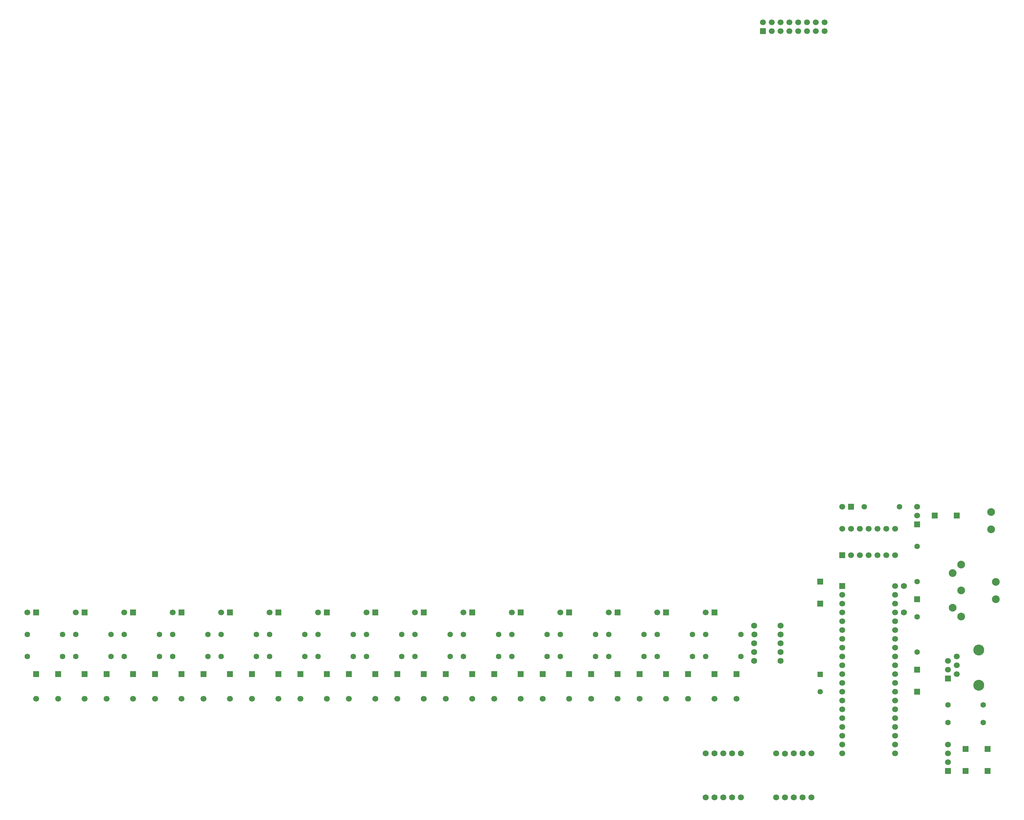
<source format=gbr>
From 9806e24649ec92d5f8eb3c8f41593382a5c6561d Mon Sep 17 00:00:00 2001
From: Nao Pross <naopross@thearcway.org>
Date: Thu, 22 Feb 2018 16:53:58 +0100
Subject: Finalize Steps Hardware

---
 .../GerberX2/Steps_Soldermask_Bot.gbr              | 635 +++++++++++++++++++++
 1 file changed, 635 insertions(+)
 create mode 100644 hw/Project Outputs for Steps/GerberX2/Steps_Soldermask_Bot.gbr

(limited to 'hw/Project Outputs for Steps/GerberX2/Steps_Soldermask_Bot.gbr')

diff --git a/hw/Project Outputs for Steps/GerberX2/Steps_Soldermask_Bot.gbr b/hw/Project Outputs for Steps/GerberX2/Steps_Soldermask_Bot.gbr
new file mode 100644
index 0000000..40aac32
--- /dev/null
+++ b/hw/Project Outputs for Steps/GerberX2/Steps_Soldermask_Bot.gbr	
@@ -0,0 +1,635 @@
+G04 Layer_Color=16711935*
+%FSLAX42Y42*%
+%MOMM*%
+%TF.FileFunction,Soldermask,Bot*%
+%TF.Part,Single*%
+G01*
+G75*
+%TA.AperFunction,ViaPad*%
+%ADD25C,1.73*%
+%TA.AperFunction,ComponentPad*%
+%ADD26C,1.60*%
+%ADD27R,1.70X1.70*%
+%ADD28C,1.70*%
+%ADD29C,2.24*%
+%ADD30R,1.70X1.70*%
+%ADD31R,1.70X1.70*%
+%ADD32C,1.70*%
+%ADD33R,1.55X1.55*%
+%ADD34C,1.55*%
+%ADD35C,3.15*%
+D25*
+X45847Y7366D02*
+D03*
+Y8128D02*
+D03*
+X41529Y5969D02*
+D03*
+X42291D02*
+D03*
+X42164Y3302D02*
+D03*
+Y2032D02*
+D03*
+X42291Y6985D02*
+D03*
+X41529D02*
+D03*
+X43180Y2032D02*
+D03*
+X42926D02*
+D03*
+X42672D02*
+D03*
+X42418D02*
+D03*
+Y3296D02*
+D03*
+X42672Y3302D02*
+D03*
+X42926D02*
+D03*
+X43180D02*
+D03*
+X41148Y2032D02*
+D03*
+X40894D02*
+D03*
+X40640D02*
+D03*
+X40386D02*
+D03*
+X40132D02*
+D03*
+X41148Y3302D02*
+D03*
+X40894D02*
+D03*
+X40640D02*
+D03*
+X40386D02*
+D03*
+X40132D02*
+D03*
+X42291Y6731D02*
+D03*
+Y6477D02*
+D03*
+Y6223D02*
+D03*
+X41529D02*
+D03*
+Y6477D02*
+D03*
+X41535Y6731D02*
+D03*
+D26*
+X46228Y9271D02*
+D03*
+Y8255D02*
+D03*
+Y7239D02*
+D03*
+Y6223D02*
+D03*
+X48133Y4699D02*
+D03*
+X47117D02*
+D03*
+X48133Y4191D02*
+D03*
+X47117D02*
+D03*
+X45720Y10414D02*
+D03*
+X44704D02*
+D03*
+X33147Y6096D02*
+D03*
+X34163D02*
+D03*
+X33147Y6731D02*
+D03*
+X34163D02*
+D03*
+X24765Y6096D02*
+D03*
+X25781D02*
+D03*
+X24765Y6731D02*
+D03*
+X25781D02*
+D03*
+X23368Y6096D02*
+D03*
+X24384D02*
+D03*
+X23368Y6731D02*
+D03*
+X24384D02*
+D03*
+X21971Y6096D02*
+D03*
+X22987D02*
+D03*
+X21971Y6731D02*
+D03*
+X22987D02*
+D03*
+X20574Y6096D02*
+D03*
+X21590D02*
+D03*
+X20574Y6731D02*
+D03*
+X21590D02*
+D03*
+X31750Y6096D02*
+D03*
+X32766D02*
+D03*
+X31750Y6731D02*
+D03*
+X32766D02*
+D03*
+X30353Y6096D02*
+D03*
+X31369D02*
+D03*
+X30353Y6731D02*
+D03*
+X31369D02*
+D03*
+X28956Y6096D02*
+D03*
+X29972D02*
+D03*
+X28956Y6731D02*
+D03*
+X29972D02*
+D03*
+X27559Y6096D02*
+D03*
+X28575D02*
+D03*
+X27559Y6731D02*
+D03*
+X28575D02*
+D03*
+X26162Y6096D02*
+D03*
+X27178D02*
+D03*
+X26162Y6731D02*
+D03*
+X27178D02*
+D03*
+X34544Y6096D02*
+D03*
+X35560D02*
+D03*
+X34544Y6731D02*
+D03*
+X35560D02*
+D03*
+X35941Y6096D02*
+D03*
+X36957D02*
+D03*
+X35941Y6731D02*
+D03*
+X36957D02*
+D03*
+X37338Y6096D02*
+D03*
+X38354D02*
+D03*
+X37338Y6731D02*
+D03*
+X38354D02*
+D03*
+X38735Y6096D02*
+D03*
+X39751D02*
+D03*
+X38735Y6731D02*
+D03*
+X39751D02*
+D03*
+X40132Y6096D02*
+D03*
+X41148D02*
+D03*
+X40132Y6731D02*
+D03*
+X41148D02*
+D03*
+D27*
+X46228Y5080D02*
+D03*
+Y5715D02*
+D03*
+Y7747D02*
+D03*
+X47117Y2794D02*
+D03*
+X46228Y9906D02*
+D03*
+X33401Y5588D02*
+D03*
+X34036Y5587D02*
+D03*
+X25019Y5588D02*
+D03*
+X25654Y5587D02*
+D03*
+X23622Y5588D02*
+D03*
+X24257Y5587D02*
+D03*
+X22225Y5588D02*
+D03*
+X22860Y5587D02*
+D03*
+X21463D02*
+D03*
+X20828Y5588D02*
+D03*
+X32004D02*
+D03*
+X32639Y5587D02*
+D03*
+X30607Y5588D02*
+D03*
+X31242Y5587D02*
+D03*
+X29210Y5588D02*
+D03*
+X29845Y5587D02*
+D03*
+X27813Y5588D02*
+D03*
+X28448Y5587D02*
+D03*
+X26416Y5588D02*
+D03*
+X27051Y5587D02*
+D03*
+X34798Y5588D02*
+D03*
+X35433Y5587D02*
+D03*
+X36195Y5588D02*
+D03*
+X36830Y5587D02*
+D03*
+X37592Y5588D02*
+D03*
+X38227Y5587D02*
+D03*
+X38989Y5588D02*
+D03*
+X39624Y5587D02*
+D03*
+X40386Y5588D02*
+D03*
+X41021Y5587D02*
+D03*
+X48260Y3429D02*
+D03*
+X43434Y8255D02*
+D03*
+X47625Y3429D02*
+D03*
+X43434Y7620D02*
+D03*
+X47625Y2794D02*
+D03*
+X48260D02*
+D03*
+D28*
+X47117Y3048D02*
+D03*
+Y3302D02*
+D03*
+Y3556D02*
+D03*
+X46228Y10414D02*
+D03*
+Y10160D02*
+D03*
+X44069Y10414D02*
+D03*
+X33401Y4878D02*
+D03*
+X34036Y4877D02*
+D03*
+X33147Y7366D02*
+D03*
+X25019Y4878D02*
+D03*
+X25654Y4877D02*
+D03*
+X24765Y7366D02*
+D03*
+X23622Y4878D02*
+D03*
+X24257Y4877D02*
+D03*
+X23368Y7366D02*
+D03*
+X22225Y4878D02*
+D03*
+X22860Y4877D02*
+D03*
+X21971Y7366D02*
+D03*
+X20574D02*
+D03*
+X21463Y4877D02*
+D03*
+X20828Y4878D02*
+D03*
+X45593Y3302D02*
+D03*
+Y3556D02*
+D03*
+Y3810D02*
+D03*
+Y4064D02*
+D03*
+Y4318D02*
+D03*
+Y4572D02*
+D03*
+Y4826D02*
+D03*
+Y5080D02*
+D03*
+Y5334D02*
+D03*
+Y5588D02*
+D03*
+Y5842D02*
+D03*
+Y6096D02*
+D03*
+Y6350D02*
+D03*
+Y6604D02*
+D03*
+Y6858D02*
+D03*
+Y7112D02*
+D03*
+Y7366D02*
+D03*
+Y7620D02*
+D03*
+Y7874D02*
+D03*
+Y8128D02*
+D03*
+X44069Y3302D02*
+D03*
+Y3556D02*
+D03*
+Y3810D02*
+D03*
+Y4064D02*
+D03*
+Y4318D02*
+D03*
+Y4572D02*
+D03*
+Y4826D02*
+D03*
+Y5080D02*
+D03*
+Y5334D02*
+D03*
+Y5588D02*
+D03*
+Y5842D02*
+D03*
+Y6096D02*
+D03*
+Y6350D02*
+D03*
+Y6604D02*
+D03*
+Y6858D02*
+D03*
+Y7112D02*
+D03*
+Y7366D02*
+D03*
+Y7620D02*
+D03*
+Y7874D02*
+D03*
+X32004Y4878D02*
+D03*
+X32639Y4877D02*
+D03*
+X31750Y7366D02*
+D03*
+X30607Y4878D02*
+D03*
+X31242Y4877D02*
+D03*
+X30353Y7366D02*
+D03*
+X29210Y4878D02*
+D03*
+X29845Y4877D02*
+D03*
+X28956Y7366D02*
+D03*
+X27813Y4878D02*
+D03*
+X28448Y4877D02*
+D03*
+X27559Y7366D02*
+D03*
+X26416Y4878D02*
+D03*
+X27051Y4877D02*
+D03*
+X26162Y7366D02*
+D03*
+X34798Y4878D02*
+D03*
+X35433Y4877D02*
+D03*
+X34544Y7366D02*
+D03*
+X36195Y4878D02*
+D03*
+X36830Y4877D02*
+D03*
+X35941Y7366D02*
+D03*
+X37592Y4878D02*
+D03*
+X38227Y4877D02*
+D03*
+X37338Y7366D02*
+D03*
+X38989Y4878D02*
+D03*
+X39624Y4877D02*
+D03*
+X38735Y7366D02*
+D03*
+X40386Y4878D02*
+D03*
+X41021Y4877D02*
+D03*
+X40132Y7366D02*
+D03*
+X43561Y24384D02*
+D03*
+Y24130D02*
+D03*
+X43307Y24384D02*
+D03*
+Y24130D02*
+D03*
+X43053Y24384D02*
+D03*
+Y24130D02*
+D03*
+X42799Y24384D02*
+D03*
+Y24130D02*
+D03*
+X42545Y24384D02*
+D03*
+Y24130D02*
+D03*
+X42291Y24384D02*
+D03*
+Y24130D02*
+D03*
+X42037Y24384D02*
+D03*
+Y24130D02*
+D03*
+X41783Y24384D02*
+D03*
+D29*
+X48362Y9762D02*
+D03*
+Y10262D02*
+D03*
+X47498Y8001D02*
+D03*
+Y7250D02*
+D03*
+Y8752D02*
+D03*
+X47249Y7501D02*
+D03*
+Y8501D02*
+D03*
+X48499Y7751D02*
+D03*
+Y8251D02*
+D03*
+D30*
+X44323Y10414D02*
+D03*
+X33401Y7366D02*
+D03*
+X25019D02*
+D03*
+X23622D02*
+D03*
+X22225D02*
+D03*
+X20828D02*
+D03*
+X44069Y8128D02*
+D03*
+X32004Y7366D02*
+D03*
+X30607D02*
+D03*
+X29210D02*
+D03*
+X27813D02*
+D03*
+X26416D02*
+D03*
+X34798D02*
+D03*
+X36195D02*
+D03*
+X37592D02*
+D03*
+X38989D02*
+D03*
+X40386D02*
+D03*
+X41783Y24130D02*
+D03*
+X46736Y10160D02*
+D03*
+X47371D02*
+D03*
+D31*
+X44069Y9017D02*
+D03*
+X47117Y5461D02*
+D03*
+D32*
+X44323Y9017D02*
+D03*
+X44577D02*
+D03*
+X44831D02*
+D03*
+X45085D02*
+D03*
+X45339D02*
+D03*
+X45593D02*
+D03*
+X44069Y9779D02*
+D03*
+X44323D02*
+D03*
+X44577D02*
+D03*
+X44831D02*
+D03*
+X45085D02*
+D03*
+X45339D02*
+D03*
+X45593D02*
+D03*
+X47371Y5588D02*
+D03*
+Y5842D02*
+D03*
+X47117Y5715D02*
+D03*
+Y5969D02*
+D03*
+X47371Y6096D02*
+D03*
+D33*
+X43434Y5584D02*
+D03*
+D34*
+X43434Y5084D02*
+D03*
+D35*
+X48006Y6287D02*
+D03*
+Y5271D02*
+D03*
+%TF.MD5,f59866aa9343d9367fd2467a97657a60*%
+M02*
-- 
cgit v1.2.1


</source>
